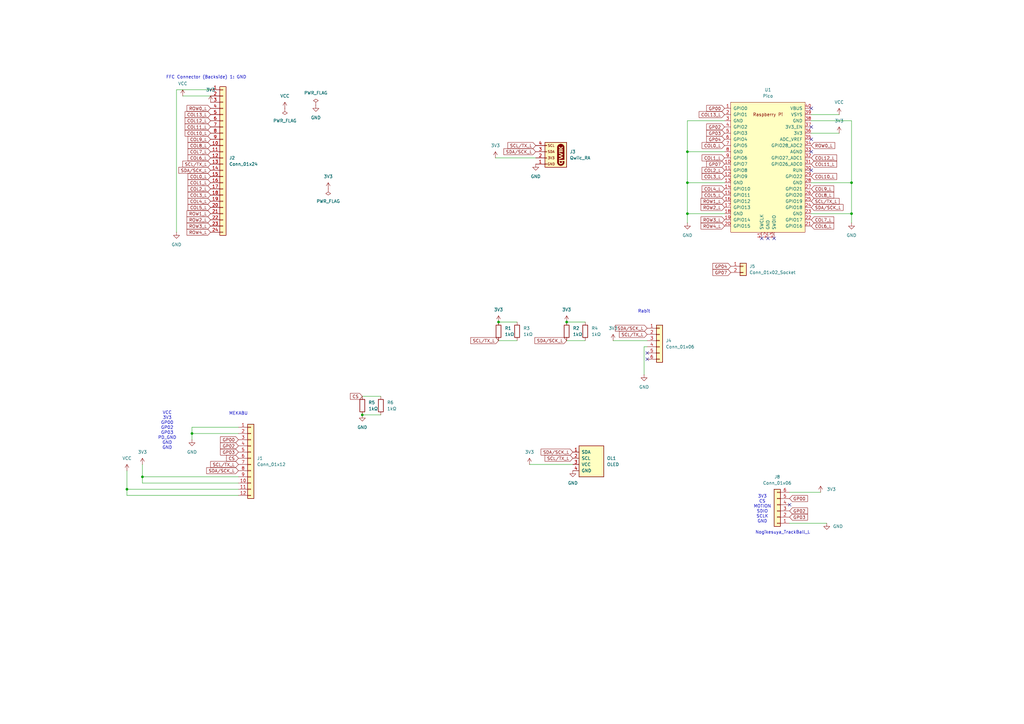
<source format=kicad_sch>
(kicad_sch (version 20250114) (generator "eeschema") (generator_version "9.0")
  (paper "A3")
  (lib_symbols
    (symbol "BrownSugar_KBD:OLED" (pin_names (offset 1.016))
      (property "Reference" "OL" (at 0 7.62 0))
      (property "Value" "OLED" (at 0 -7.62 0))
      (symbol "OLED_0_1"
        (rectangle (start -5.08 6.35) (end 5.08 -6.35) (stroke (width 0.254)) (fill (type background)))
      )
      (symbol "OLED_1_1"
        (pin bidirectional line (at -7.62 3.81 0) (length 2.54) (name "SDA") (number "1"))
        (pin bidirectional line (at -7.62 1.27 0) (length 2.54) (name "SCL") (number "2"))
        (pin power_in line (at -7.62 -1.27 0) (length 2.54) (name "VCC") (number "3"))
        (pin power_in line (at -7.62 -3.81 0) (length 2.54) (name "GND") (number "4"))
      )
    )
    (symbol "Connector_Generic:Conn_01x02" (pin_names (offset 1.016) (hide yes))
      (property "Reference" "J" (at 0 2.54 0))
      (property "Value" "Conn_01x02" (at 0 -5.08 0))
      (symbol "Conn_01x02_1_1"
        (rectangle (start -1.27 1.27) (end 1.27 -3.81) (stroke (width 0.254)) (fill (type background)))
        (rectangle (start -1.27 0.127) (end 0 -0.127) (stroke (width 0.1524)))
        (rectangle (start -1.27 -2.413) (end 0 -2.667) (stroke (width 0.1524)))
        (pin passive line (at -5.08 0 0) (length 3.81) (name "Pin_1") (number "1"))
        (pin passive line (at -5.08 -2.54 0) (length 3.81) (name "Pin_2") (number "2"))
      )
    )
    (symbol "Connector_Generic:Conn_01x06" (pin_names (offset 1.016) (hide yes))
      (property "Reference" "J" (at 0 7.62 0))
      (property "Value" "Conn_01x06" (at 0 -10.16 0))
      (symbol "Conn_01x06_1_1"
        (rectangle (start -1.27 6.35) (end 1.27 -8.89) (stroke (width 0.254)) (fill (type background)))
        (rectangle (start -1.27 5.207) (end 0 4.953) (stroke (width 0.1524)))
        (rectangle (start -1.27 2.667) (end 0 2.413) (stroke (width 0.1524)))
        (rectangle (start -1.27 0.127) (end 0 -0.127) (stroke (width 0.1524)))
        (rectangle (start -1.27 -2.413) (end 0 -2.667) (stroke (width 0.1524)))
        (rectangle (start -1.27 -4.953) (end 0 -5.207) (stroke (width 0.1524)))
        (rectangle (start -1.27 -7.493) (end 0 -7.747) (stroke (width 0.1524)))
        (pin passive line (at -5.08 5.08 0) (length 3.81) (name "Pin_1") (number "1"))
        (pin passive line (at -5.08 2.54 0) (length 3.81) (name "Pin_2") (number "2"))
        (pin passive line (at -5.08 0 0) (length 3.81) (name "Pin_3") (number "3"))
        (pin passive line (at -5.08 -2.54 0) (length 3.81) (name "Pin_4") (number "4"))
        (pin passive line (at -5.08 -5.08 0) (length 3.81) (name "Pin_5") (number "5"))
        (pin passive line (at -5.08 -7.62 0) (length 3.81) (name "Pin_6") (number "6"))
      )
    )
    (symbol "Connector_Generic:Conn_01x12" (pin_names (offset 1.016) (hide yes))
      (property "Reference" "J" (at 0 15.24 0))
      (property "Value" "Conn_01x12" (at 0 -17.78 0))
      (symbol "Conn_01x12_1_1"
        (rectangle (start -1.27 13.97) (end 1.27 -16.51) (stroke (width 0.254)) (fill (type background)))
        (rectangle (start -1.27 12.827) (end 0 12.573) (stroke (width 0.1524)))
        (rectangle (start -1.27 10.287) (end 0 10.033) (stroke (width 0.1524)))
        (rectangle (start -1.27 7.747) (end 0 7.493) (stroke (width 0.1524)))
        (rectangle (start -1.27 5.207) (end 0 4.953) (stroke (width 0.1524)))
        (rectangle (start -1.27 2.667) (end 0 2.413) (stroke (width 0.1524)))
        (rectangle (start -1.27 0.127) (end 0 -0.127) (stroke (width 0.1524)))
        (rectangle (start -1.27 -2.413) (end 0 -2.667) (stroke (width 0.1524)))
        (rectangle (start -1.27 -4.953) (end 0 -5.207) (stroke (width 0.1524)))
        (rectangle (start -1.27 -7.493) (end 0 -7.747) (stroke (width 0.1524)))
        (rectangle (start -1.27 -10.033) (end 0 -10.287) (stroke (width 0.1524)))
        (rectangle (start -1.27 -12.573) (end 0 -12.827) (stroke (width 0.1524)))
        (rectangle (start -1.27 -15.113) (end 0 -15.367) (stroke (width 0.1524)))
        (pin passive line (at -5.08 12.7 0) (length 3.81) (name "Pin_1") (number "1"))
        (pin passive line (at -5.08 10.16 0) (length 3.81) (name "Pin_2") (number "2"))
        (pin passive line (at -5.08 7.62 0) (length 3.81) (name "Pin_3") (number "3"))
        (pin passive line (at -5.08 5.08 0) (length 3.81) (name "Pin_4") (number "4"))
        (pin passive line (at -5.08 2.54 0) (length 3.81) (name "Pin_5") (number "5"))
        (pin passive line (at -5.08 0 0) (length 3.81) (name "Pin_6") (number "6"))
        (pin passive line (at -5.08 -2.54 0) (length 3.81) (name "Pin_7") (number "7"))
        (pin passive line (at -5.08 -5.08 0) (length 3.81) (name "Pin_8") (number "8"))
        (pin passive line (at -5.08 -7.62 0) (length 3.81) (name "Pin_9") (number "9"))
        (pin passive line (at -5.08 -10.16 0) (length 3.81) (name "Pin_10") (number "10"))
        (pin passive line (at -5.08 -12.7 0) (length 3.81) (name "Pin_11") (number "11"))
        (pin passive line (at -5.08 -15.24 0) (length 3.81) (name "Pin_12") (number "12"))
      )
    )
    (symbol "Connector_Generic:Conn_01x24" (pin_names (offset 1.016) (hide yes))
      (property "Reference" "J" (at 0 30.48 0))
      (property "Value" "Conn_01x24" (at 0 -33.02 0))
      (symbol "Conn_01x24_1_1"
        (rectangle (start -1.27 29.21) (end 1.27 -31.75) (stroke (width 0.254)) (fill (type background)))
        (rectangle (start -1.27 28.067) (end 0 27.813) (stroke (width 0.1524)))
        (rectangle (start -1.27 25.527) (end 0 25.273) (stroke (width 0.1524)))
        (rectangle (start -1.27 22.987) (end 0 22.733) (stroke (width 0.1524)))
        (rectangle (start -1.27 20.447) (end 0 20.193) (stroke (width 0.1524)))
        (rectangle (start -1.27 17.907) (end 0 17.653) (stroke (width 0.1524)))
        (rectangle (start -1.27 15.367) (end 0 15.113) (stroke (width 0.1524)))
        (rectangle (start -1.27 12.827) (end 0 12.573) (stroke (width 0.1524)))
        (rectangle (start -1.27 10.287) (end 0 10.033) (stroke (width 0.1524)))
        (rectangle (start -1.27 7.747) (end 0 7.493) (stroke (width 0.1524)))
        (rectangle (start -1.27 5.207) (end 0 4.953) (stroke (width 0.1524)))
        (rectangle (start -1.27 2.667) (end 0 2.413) (stroke (width 0.1524)))
        (rectangle (start -1.27 0.127) (end 0 -0.127) (stroke (width 0.1524)))
        (rectangle (start -1.27 -2.413) (end 0 -2.667) (stroke (width 0.1524)))
        (rectangle (start -1.27 -4.953) (end 0 -5.207) (stroke (width 0.1524)))
        (rectangle (start -1.27 -7.493) (end 0 -7.747) (stroke (width 0.1524)))
        (rectangle (start -1.27 -10.033) (end 0 -10.287) (stroke (width 0.1524)))
        (rectangle (start -1.27 -12.573) (end 0 -12.827) (stroke (width 0.1524)))
        (rectangle (start -1.27 -15.113) (end 0 -15.367) (stroke (width 0.1524)))
        (rectangle (start -1.27 -17.653) (end 0 -17.907) (stroke (width 0.1524)))
        (rectangle (start -1.27 -20.193) (end 0 -20.447) (stroke (width 0.1524)))
        (rectangle (start -1.27 -22.733) (end 0 -22.987) (stroke (width 0.1524)))
        (rectangle (start -1.27 -25.273) (end 0 -25.527) (stroke (width 0.1524)))
        (rectangle (start -1.27 -27.813) (end 0 -28.067) (stroke (width 0.1524)))
        (rectangle (start -1.27 -30.353) (end 0 -30.607) (stroke (width 0.1524)))
        (pin passive line (at -5.08 27.94 0) (length 3.81) (name "Pin_1") (number "1"))
        (pin passive line (at -5.08 25.4 0) (length 3.81) (name "Pin_2") (number "2"))
        (pin passive line (at -5.08 22.86 0) (length 3.81) (name "Pin_3") (number "3"))
        (pin passive line (at -5.08 20.32 0) (length 3.81) (name "Pin_4") (number "4"))
        (pin passive line (at -5.08 17.78 0) (length 3.81) (name "Pin_5") (number "5"))
        (pin passive line (at -5.08 15.24 0) (length 3.81) (name "Pin_6") (number "6"))
        (pin passive line (at -5.08 12.7 0) (length 3.81) (name "Pin_7") (number "7"))
        (pin passive line (at -5.08 10.16 0) (length 3.81) (name "Pin_8") (number "8"))
        (pin passive line (at -5.08 7.62 0) (length 3.81) (name "Pin_9") (number "9"))
        (pin passive line (at -5.08 5.08 0) (length 3.81) (name "Pin_10") (number "10"))
        (pin passive line (at -5.08 2.54 0) (length 3.81) (name "Pin_11") (number "11"))
        (pin passive line (at -5.08 0 0) (length 3.81) (name "Pin_12") (number "12"))
        (pin passive line (at -5.08 -2.54 0) (length 3.81) (name "Pin_13") (number "13"))
        (pin passive line (at -5.08 -5.08 0) (length 3.81) (name "Pin_14") (number "14"))
        (pin passive line (at -5.08 -7.62 0) (length 3.81) (name "Pin_15") (number "15"))
        (pin passive line (at -5.08 -10.16 0) (length 3.81) (name "Pin_16") (number "16"))
        (pin passive line (at -5.08 -12.7 0) (length 3.81) (name "Pin_17") (number "17"))
        (pin passive line (at -5.08 -15.24 0) (length 3.81) (name "Pin_18") (number "18"))
        (pin passive line (at -5.08 -17.78 0) (length 3.81) (name "Pin_19") (number "19"))
        (pin passive line (at -5.08 -20.32 0) (length 3.81) (name "Pin_20") (number "20"))
        (pin passive line (at -5.08 -22.86 0) (length 3.81) (name "Pin_21") (number "21"))
        (pin passive line (at -5.08 -25.4 0) (length 3.81) (name "Pin_22") (number "22"))
        (pin passive line (at -5.08 -27.94 0) (length 3.81) (name "Pin_23") (number "23"))
        (pin passive line (at -5.08 -30.48 0) (length 3.81) (name "Pin_24") (number "24"))
      )
    )
    (symbol "Device:R" (pin_numbers (hide yes)) (pin_names (offset 0))
      (property "Reference" "R" (at 2.032 0 90))
      (property "Value" "R" (at 0 0 90))
      (symbol "R_0_1"
        (rectangle (start -1.016 -2.54) (end 1.016 2.54) (stroke (width 0.254)))
      )
      (symbol "R_1_1"
        (pin passive line (at 0 3.81 270) (length 1.27) (name "~") (number "1"))
        (pin passive line (at 0 -3.81 90) (length 1.27) (name "~") (number "2"))
      )
    )
    (symbol "RPi_Pico:Pico" (pin_names (offset 1.016))
      (property "Reference" "U" (at -13.97 27.94 0))
      (property "Value" "Pico" (at 0 19.05 0))
      (symbol "Pico_0_0"
        (text "Raspberry Pi" (at 0 21.59 0) (effects (font (size 1.27 1.27))))
      )
      (symbol "Pico_0_1"
        (rectangle (start -15.24 26.67) (end 15.24 -26.67) (fill (type background)))
      )
      (symbol "Pico_1_1"
        (pin bidirectional line (at -17.78 24.13 0) (length 2.54) (name "GPIO0") (number "1"))
        (pin bidirectional line (at -17.78 21.59 0) (length 2.54) (name "GPIO1") (number "2"))
        (pin power_in line (at -17.78 19.05 0) (length 2.54) (name "GND") (number "3"))
        (pin bidirectional line (at -17.78 16.51 0) (length 2.54) (name "GPIO2") (number "4"))
        (pin bidirectional line (at -17.78 13.97 0) (length 2.54) (name "GPIO3") (number "5"))
        (pin bidirectional line (at -17.78 11.43 0) (length 2.54) (name "GPIO4") (number "6"))
        (pin bidirectional line (at -17.78 8.89 0) (length 2.54) (name "GPIO5") (number "7"))
        (pin power_in line (at -17.78 6.35 0) (length 2.54) (name "GND") (number "8"))
        (pin bidirectional line (at -17.78 3.81 0) (length 2.54) (name "GPIO6") (number "9"))
        (pin bidirectional line (at -17.78 1.27 0) (length 2.54) (name "GPIO7") (number "10"))
        (pin bidirectional line (at -17.78 -1.27 0) (length 2.54) (name "GPIO8") (number "11"))
        (pin bidirectional line (at -17.78 -3.81 0) (length 2.54) (name "GPIO9") (number "12"))
        (pin power_in line (at -17.78 -6.35 0) (length 2.54) (name "GND") (number "13"))
        (pin bidirectional line (at -17.78 -8.89 0) (length 2.54) (name "GPIO10") (number "14"))
        (pin bidirectional line (at -17.78 -11.43 0) (length 2.54) (name "GPIO11") (number "15"))
        (pin bidirectional line (at -17.78 -13.97 0) (length 2.54) (name "GPIO12") (number "16"))
        (pin bidirectional line (at -17.78 -16.51 0) (length 2.54) (name "GPIO13") (number "17"))
        (pin power_in line (at -17.78 -19.05 0) (length 2.54) (name "GND") (number "18"))
        (pin bidirectional line (at -17.78 -21.59 0) (length 2.54) (name "GPIO14") (number "19"))
        (pin bidirectional line (at -17.78 -24.13 0) (length 2.54) (name "GPIO15") (number "20"))
        (pin input line (at -2.54 -29.21 90) (length 2.54) (name "SWCLK") (number "41"))
        (pin power_in line (at 0 -29.21 90) (length 2.54) (name "GND") (number "42"))
        (pin bidirectional line (at 2.54 -29.21 90) (length 2.54) (name "SWDIO") (number "43"))
        (pin unspecified line (at 17.78 24.13 180) (length 2.54) (name "VBUS") (number "40"))
        (pin unspecified line (at 17.78 21.59 180) (length 2.54) (name "VSYS") (number "39"))
        (pin bidirectional line (at 17.78 19.05 180) (length 2.54) (name "GND") (number "38"))
        (pin input line (at 17.78 16.51 180) (length 2.54) (name "3V3_EN") (number "37"))
        (pin unspecified line (at 17.78 13.97 180) (length 2.54) (name "3V3") (number "36"))
        (pin unspecified line (at 17.78 11.43 180) (length 2.54) (name "ADC_VREF") (number "35"))
        (pin bidirectional line (at 17.78 8.89 180) (length 2.54) (name "GPIO28_ADC2") (number "34"))
        (pin power_in line (at 17.78 6.35 180) (length 2.54) (name "AGND") (number "33"))
        (pin bidirectional line (at 17.78 3.81 180) (length 2.54) (name "GPIO27_ADC1") (number "32"))
        (pin bidirectional line (at 17.78 1.27 180) (length 2.54) (name "GPIO26_ADC0") (number "31"))
        (pin input line (at 17.78 -1.27 180) (length 2.54) (name "RUN") (number "30"))
        (pin bidirectional line (at 17.78 -3.81 180) (length 2.54) (name "GPIO22") (number "29"))
        (pin power_in line (at 17.78 -6.35 180) (length 2.54) (name "GND") (number "28"))
        (pin bidirectional line (at 17.78 -8.89 180) (length 2.54) (name "GPIO21") (number "27"))
        (pin bidirectional line (at 17.78 -11.43 180) (length 2.54) (name "GPIO20") (number "26"))
        (pin bidirectional line (at 17.78 -13.97 180) (length 2.54) (name "GPIO19") (number "25"))
        (pin bidirectional line (at 17.78 -16.51 180) (length 2.54) (name "GPIO18") (number "24"))
        (pin power_in line (at 17.78 -19.05 180) (length 2.54) (name "GND") (number "23"))
        (pin bidirectional line (at 17.78 -21.59 180) (length 2.54) (name "GPIO17") (number "22"))
        (pin bidirectional line (at 17.78 -24.13 180) (length 2.54) (name "GPIO16") (number "21"))
      )
    )
    (symbol "SparkFun-Connector:Qwiic_Right_Angle" (pin_names (offset 1.016) (hide yes))
      (property "Reference" "J" (at 0 5.08 0))
      (property "Value" "Qwiic_RA" (at 0 -7.62 0))
      (symbol "Qwiic_Right_Angle_0_0"
        (polyline (pts (xy 5.6514 -4.1459) (xy 5.6299 -4.0654) (xy 5.5924 -3.9985) (xy 5.5373 -3.9428) (xy 5.4632 -3.8962) (xy 5.4394 -3.8843) (xy 5.402 -3.8678) (xy 5.3681 -3.8578) (xy 5.3294 -3.8521) (xy 5.2774 -3.8485) (xy 5.2184 -3.8474) (xy 5.1227 -3.8564) (xy 5.0405 -3.8803) (xy 4.9695 -3.9199) (xy 4.9078 -3.9759) (xy 4.8937 -3.9923) (xy 4.8535 -4.0549) (xy 4.8308 -4.124) (xy 4.8237 -4.2048) (xy 4.8239 -4.222) (xy 4.8343 -4.3011) (xy 4.8608 -4.3692) (xy 4.9051 -4.4308) (xy 4.9328 -4.4589) (xy 5.0009 -4.509) (xy 5.0793 -4.5424) (xy 5.1699 -4.5595) (xy 5.2745 -4.5612) (xy 5.3262 -4.5564) (xy 5.4199 -4.5347) (xy 5.4992 -4.4971) (xy 5.5638 -4.444) (xy 5.6131 -4.3757) (xy 5.6467 -4.2926) (xy 5.65 -4.2788) (xy 5.656 -4.2325) (xy 5.6563 -4.1875) (xy 5.6514 -4.1459)) (stroke (width 0.01)) (fill (type outline)))
        (polyline (pts (xy 6.6693 -0.6791) (xy 6.666 1.9332) (xy 6.6418 2.0386) (xy 6.6301 2.0866) (xy 6.5791 2.2527) (xy 6.5141 2.404) (xy 6.4337 2.5432) (xy 6.3364 2.673) (xy 6.2208 2.7959) (xy 6.1699 2.8428) (xy 6.0305 2.9527) (xy 5.8839 3.0422) (xy 5.7295 3.1115) (xy 5.5668 3.1608) (xy 5.3953 3.1902) (xy 5.2146 3.1999) (xy 5.1695 3.1994) (xy 5.0056 3.1868) (xy 4.8507 3.1568) (xy 4.7006 3.1083) (xy 4.5508 3.0404) (xy 4.5104 3.0187) (xy 4.3609 2.9237) (xy 4.2262 2.8129) (xy 4.1067 2.6872) (xy 4.0032 2.5475) (xy 3.9162 2.3947) (xy 3.8466 2.2295) (xy 3.7947 2.0528) (xy 3.7931 2.0453) (xy 3.7912 2.0356) (xy 3.7895 2.0242) (xy 3.7879 2.0106) (xy 3.7864 1.9938) (xy 3.785 1.9733) (xy 3.7837 1.9481) (xy 3.7825 1.9176) (xy 3.7815 1.8811) (xy 3.7805 1.8377) (xy 3.7796 1.7868) (xy 3.7789 1.7275) (xy 3.7781 1.6592) (xy 3.7775 1.5811) (xy 3.777 1.4925) (xy 3.7765 1.3925) (xy 3.7761 1.2805) (xy 3.7757 1.1557) (xy 3.7754 1.0174) (xy 3.7751 0.8648) (xy 3.7749 0.6972) (xy 3.7748 0.5138) (xy 3.7746 0.3139) (xy 3.7745 0.0967) (xy 3.7745 -0.1385) (xy 3.7744 -0.3925) (xy 3.7744 -0.666) (xy 3.7744 -0.9597) (xy 3.7744 -1.2744) (xy 3.7744 -4.5147) (xy 3.8041 -4.6318) (xy 3.8237 -4.7026) (xy 3.8837 -4.868) (xy 3.9606 -5.0206) (xy 4.0556 -5.1623) (xy 4.1695 -5.2947) (xy 4.2945 -5.4115) (xy 4.4355 -5.5159) (xy 4.5859 -5.6007) (xy 4.7459 -5.6661) (xy 4.916 -5.7122) (xy 5.0965 -5.7394) (xy 5.2571 -5.7442) (xy 5.4226 -5.7293) (xy 5.5891 -5.6949) (xy 5.7533 -5.6416) (xy 5.8236 -5.6121) (xy 5.9729 -5.5329) (xy 6.1112 -5.4365) (xy 6.237 -5.3244) (xy 6.3494 -5.1984) (xy 6.4469 -5.0601) (xy 6.5284 -4.9112) (xy 6.5926 -4.7532) (xy 6.6384 -4.5879) (xy 6.6645 -4.4168) (xy 6.6652 -4.405) (xy 6.6664 -4.3703) (xy 6.6676 -4.3199) (xy 6.6687 -4.2572) (xy 6.6696 -4.1859) (xy 6.6703 -4.1097) (xy 6.6721 -3.846) (xy 6.2655 -3.846) (xy 5.8589 -3.846) (xy 5.9219 -3.9104) (xy 5.9349 -3.9241) (xy 6.0001 -4.0112) (xy 6.0471 -4.1097) (xy 6.0754 -4.2189) (xy 6.085 -4.338) (xy 6.0781 -4.4509) (xy 6.0523 -4.5755) (xy 6.0066 -4.6941) (xy 5.952 -4.7864) (xy 5.8765 -4.8752) (xy 5.7858 -4.9517) (xy 5.6826 -5.0132) (xy 5.6313 -5.0372) (xy 5.5644 -5.0638) (xy 5.4981 -5.0834) (xy 5.4249 -5.0981) (xy 5.3375 -5.1098) (xy 5.2452 -5.1158) (xy 5.122 -5.1113) (xy 5.0004 -5.0938) (xy 4.8864 -5.0641) (xy 4.7856 -5.0232) (xy 4.6831 -4.9619) (xy 4.5878 -4.8817) (xy 4.5089 -4.7878) (xy 4.4472 -4.6811) (xy 4.4036 -4.5627) (xy 4.4031 -4.5611) (xy 4.3912 -4.4987) (xy 4.3845 -4.4244) (xy 4.3831 -4.3446) (xy 4.3869 -4.2661) (xy 4.3957 -4.1956) (xy 4.4094 -4.1396) (xy 4.4322 -4.082) (xy 4.485 -3.9879) (xy 4.5552 -3.9031) (xy 4.6109 -3.846) (xy 4.5052 -3.846) (xy 4.3996 -3.846) (xy 4.3996 -3.5687) (xy 4.3996 -3.2914) (xy 4.405 -3.2914) (xy 4.405 -3.2023) (xy 4.4021 -2.9296) (xy 4.4018 -2.8964) (xy 4.4015 -2.8076) (xy 4.4023 -2.7393) (xy 4.4041 -2.6908) (xy 4.407 -2.6611) (xy 4.4111 -2.6495) (xy 4.4137 -2.6484) (xy 4.434 -2.6418) (xy 4.4723 -2.6298) (xy 4.5268 -2.6132) (xy 4.5954 -2.5924) (xy 4.6761 -2.5683) (xy 4.767 -2.5412) (xy 4.866 -2.5118) (xy 4.9713 -2.4808) (xy 5.0173 -2.4672) (xy 5.119 -2.4369) (xy 5.2131 -2.4086) (xy 5.2977 -2.3828) (xy 5.3709 -2.3601) (xy 5.4307 -2.3411) (xy 5.4753 -2.3264) (xy 5.5029 -2.3166) (xy 5.5114 -2.3123) (xy 5.505 -2.3098) (xy 5.4796 -2.3016) (xy 5.4371 -2.2885) (xy 5.3794 -2.2711) (xy 5.3088 -2.2502) (xy 5.2275 -2.2264) (xy 5.1375 -2.2002) (xy 5.0411 -2.1724) (xy 4.9851 -2.1562) (xy 4.8864 -2.1278) (xy 4.7926 -2.1007) (xy 4.7062 -2.0757) (xy 4.63 -2.0536) (xy 4.5666 -2.0351) (xy 4.5187 -2.0211) (xy 4.4891 -2.0123) (xy 4.3992 -1.9852) (xy 4.4021 -1.7229) (xy 4.405 -1.4606) (xy 4.5844 -1.4084) (xy 4.6163 -1.3992) (xy 4.7739 -1.3533) (xy 4.9121 -1.3131) (xy 5.0321 -1.278) (xy 5.1352 -1.2478) (xy 5.2224 -1.2221) (xy 5.2951 -1.2004) (xy 5.3545 -1.1824) (xy 5.4018 -1.1676) (xy 5.4382 -1.1558) (xy 5.465 -1.1465) (xy 5.4834 -1.1392) (xy 5.4945 -1.1338) (xy 5.4997 -1.1296) (xy 5.5001 -1.1264) (xy 5.497 -1.1238) (xy 5.4915 -1.1214) (xy 5.4896 -1.1207) (xy 5.4687 -1.114) (xy 5.4296 -1.1019) (xy 5.3743 -1.0851) (xy 5.3049 -1.0643) (xy 5.2237 -1.04) (xy 5.1326 -1.013) (xy 5.0339 -0.9838) (xy 4.9297 -0.9531) (xy 4.3996 -0.7973) (xy 4.3996 -0.533) (xy 4.3997 -0.479) (xy 4.4004 -0.4111) (xy 4.4015 -0.3532) (xy 4.4029 -0.3082) (xy 4.4047 -0.279) (xy 4.4066 -0.2687) (xy 4.409 -0.2694) (xy 4.4284 -0.2761) (xy 4.4661 -0.2895) (xy 4.5204 -0.309) (xy 4.5899 -0.3341) (xy 4.6729 -0.3642) (xy 4.7681 -0.3988) (xy 4.8737 -0.4372) (xy 4.9883 -0.479) (xy 5.1104 -0.5236) (xy 5.2384 -0.5703) (xy 6.0632 -0.872) (xy 6.0632 -0.1926) (xy 5.2314 -0.1926) (xy 4.3996 -0.1926) (xy 4.3996 0.0793) (xy 4.3996 0.3511) (xy 5.2314 0.3511) (xy 6.0632 0.3511) (xy 6.0632 0.4598) (xy 5.2314 0.4598) (xy 4.3996 0.4598) (xy 4.3996 0.7317) (xy 4.3996 1.0035) (xy 5.2314 1.0035) (xy 5.2368 1.0035) (xy 5.2368 1.1177) (xy 5.1465 1.1192) (xy 5.0667 1.1248) (xy 4.9975 1.1357) (xy 4.9332 1.1532) (xy 4.8683 1.1784) (xy 4.7971 1.2126) (xy 4.7662 1.2298) (xy 4.6808 1.2903) (xy 4.6008 1.3651) (xy 4.5314 1.4489) (xy 4.4781 1.5363) (xy 4.4686 1.5557) (xy 4.4306 1.6462) (xy 4.4052 1.7353) (xy 4.3905 1.8304) (xy 4.385 1.9386) (xy 4.3833 2.0745) (xy 4.6089 2.0775) (xy 4.8345 2.0804) (xy 4.8348 1.9959) (xy 4.8368 1.9483) (xy 4.8488 1.8858) (xy 4.8738 1.8316) (xy 4.9144 1.7788) (xy 4.9734 1.7289) (xy 5.0458 1.6921) (xy 5.1277 1.6689) (xy 5.215 1.6593) (xy 5.3038 1.6635) (xy 5.3902 1.6815) (xy 5.4702 1.7136) (xy 5.54 1.7597) (xy 5.5733 1.7923) (xy 5.6073 1.844) (xy 5.628 1.9066) (xy 5.6372 1.9843) (xy 5.6418 2.0804) (xy 5.8607 2.0775) (xy 6.0795 2.0745) (xy 6.0811 1.9712) (xy 6.0811 1.9207) (xy 6.0739 1.8134) (xy 6.0554 1.7157) (xy 6.024 1.6204) (xy 5.9781 1.5204) (xy 5.9341 1.4457) (xy 5.8571 1.3499) (xy 5.7651 1.2695) (xy 5.6591 1.2056) (xy 5.6251 1.1892) (xy 5.5646 1.1627) (xy 5.5097 1.1435) (xy 5.4549 1.1305) (xy 5.3948 1.1226) (xy 5.3239 1.1188) (xy 5.2368 1.1177) (xy 5.2368 1.0035) (xy 6.0632 1.0035) (xy 6.0632 0.7317) (xy 6.0632 0.4598) (xy 6.0632 0.3511) (xy 6.0632 0.0793) (xy 6.0632 -0.1926) (xy 6.0632 -0.872) (xy 6.0632 -1.1439) (xy 6.0632 -1.4158) (xy 5.552 -1.5728) (xy 5.5357 -1.5778) (xy 5.4361 -1.6086) (xy 5.3436 -1.6376) (xy 5.2603 -1.6641) (xy 5.1881 -1.6874) (xy 5.129 -1.707) (xy 5.0848 -1.7222) (xy 5.0575 -1.7324) (xy 5.0491 -1.7369) (xy 5.0493 -1.737) (xy 5.0624 -1.742) (xy 5.094 -1.7527) (xy 5.1423 -1.7684) (xy 5.2051 -1.7886) (xy 5.2803 -1.8124) (xy 5.3659 -1.8394) (xy 5.46 -1.8688) (xy 5.5603 -1.9) (xy 6.0632 -2.0559) (xy 6.063 -2.3284) (xy 6.0628 -2.601) (xy 5.2339 -2.9017) (xy 4.405 -3.2023) (xy 4.405 -3.2914) (xy 5.5361 -3.2914) (xy 6.6725 -3.2914) (xy 6.6693 -0.6791)) (stroke (width 0.01)) (fill (type outline)))
      )
      (symbol "Qwiic_Right_Angle_1_1"
        (rectangle (start -1.27 3.81) (end 7.62 -6.35) (stroke (width 0.254)) (fill (type background)))
        (rectangle (start -1.27 2.667) (end -0.508 2.413) (stroke (width 0.1524)))
        (rectangle (start -1.27 0.127) (end -0.508 -0.127) (stroke (width 0.1524)))
        (rectangle (start -1.27 -2.413) (end -0.508 -2.667) (stroke (width 0.1524)))
        (rectangle (start -1.27 -4.953) (end -0.508 -5.207) (stroke (width 0.1524)))
        (text "SCL" (at 1.27 2.54 0) (effects (font (size 1 1))))
        (text "SDA" (at 1.27 0 0) (effects (font (size 1 1))))
        (text "3V3" (at 1.27 -2.54 0) (effects (font (size 1 1))))
        (text "GND" (at 1.27 -5.08 0) (effects (font (size 1 1))))
        (pin passive line (at -5.08 2.54 0) (length 3.81) (name "Pin_4") (number "4"))
        (pin passive line (at -5.08 0 0) (length 3.81) (name "Pin_3") (number "3"))
        (pin passive line (at -5.08 -2.54 0) (length 3.81) (name "Pin_2") (number "2"))
        (pin passive line (at -5.08 -5.08 0) (length 3.81) (name "Pin_1") (number "1"))
        (pin no_connect line (at 5.08 3.81 270) (length 2.54) (hide yes) (name "NC") (number "NC1"))
        (pin no_connect line (at 6.35 3.81 270) (length 2.54) (hide yes) (name "NC") (number "NC2"))
      )
    )
    (symbol "power:GND" (power) (pin_numbers (hide yes)) (pin_names (offset 0) (hide yes))
      (property "Value" "GND" (at 0 -3.81 0))
      (symbol "GND_0_1"
        (polyline (pts (xy 0 0) (xy 0 -1.27) (xy 1.27 -1.27) (xy 0 -2.54) (xy -1.27 -1.27) (xy 0 -1.27)))
      )
      (symbol "GND_1_1"
        (pin power_in line (at 0 0 270) (length 0) (name "~") (number "1"))
      )
    )
    (symbol "power:PWR_FLAG" (power) (pin_numbers (hide yes)) (pin_names (offset 0) (hide yes))
      (property "Value" "PWR_FLAG" (at 0 3.81 0))
      (symbol "PWR_FLAG_0_0"
        (pin power_out line (at 0 0 90) (length 0) (name "~") (number "1"))
      )
      (symbol "PWR_FLAG_0_1"
        (polyline (pts (xy 0 0) (xy 0 1.27) (xy -1.016 1.905) (xy 0 2.54) (xy 1.016 1.905) (xy 0 1.27)))
      )
    )
    (symbol "power:VCC" (power) (pin_numbers (hide yes)) (pin_names (offset 0) (hide yes))
      (property "Value" "VCC" (at 0 3.556 0))
      (symbol "VCC_0_1"
        (polyline (pts (xy -0.762 1.27) (xy 0 2.54)))
        (polyline (pts (xy 0 2.54) (xy 0.762 1.27)))
        (polyline (pts (xy 0 0) (xy 0 2.54)))
      )
      (symbol "VCC_1_1"
        (pin power_in line (at 0 0 90) (length 0) (name "~") (number "1"))
      )
    )
  )
  (text "VCC\n3V3\nGP00\nGP02\nGP03\nPD_GND\nGND\nGND" (at 68.58 176.53 0) (effects (font (size 1.27 1.27))))
  (text "Rabit" (at 264.16 127.762 0) (effects (font (size 1.27 1.27))))
  (text "MEKABU" (at 97.79 169.672 0) (effects (font (size 1.27 1.27))))
  (text "Nogikesuya_TrackBall_L" (at 321.056 218.44 0) (effects (font (size 1.27 1.27))))
  (text "3V3\nCS\nMOTION\nSDIO\nSCLK\nGND" (at 312.674 208.788 0) (effects (font (size 1.27 1.27))))
  (text "FFC Connector (Backside) １: GND" (at 84.582 31.75 0) (effects (font (size 1.27 1.27))))
  (junction (at 281.94 62.23))
  (junction (at 204.47 132.08))
  (junction (at 232.41 132.08))
  (junction (at 349.25 74.93))
  (junction (at 281.94 74.93))
  (junction (at 78.74 177.8))
  (junction (at 58.42 195.58))
  (junction (at 349.25 87.63))
  (junction (at 281.94 87.63))
  (junction (at 148.59 170.18))
  (junction (at 52.07 200.66))
  (no_connect (at 317.5 97.79))
  (no_connect (at 332.74 69.85))
  (no_connect (at 332.74 44.45))
  (no_connect (at 265.43 144.78))
  (no_connect (at 323.85 207.01))
  (no_connect (at 332.74 52.07))
  (no_connect (at 314.96 97.79))
  (no_connect (at 312.42 97.79))
  (no_connect (at 265.43 147.32))
  (no_connect (at 332.74 62.23))
  (no_connect (at 332.74 57.15))
  (wire (pts (xy 204.47 139.7) (xy 212.09 139.7)))
  (wire (pts (xy 58.42 198.12) (xy 97.79 198.12)))
  (wire (pts (xy 297.18 49.53) (xy 281.94 49.53)))
  (wire (pts (xy 349.25 49.53) (xy 349.25 74.93)))
  (wire (pts (xy 332.74 87.63) (xy 349.25 87.63)))
  (wire (pts (xy 204.47 132.08) (xy 212.09 132.08)))
  (wire (pts (xy 251.46 139.7) (xy 265.43 139.7)))
  (wire (pts (xy 349.25 91.44) (xy 349.25 87.63)))
  (wire (pts (xy 344.17 54.61) (xy 332.74 54.61)))
  (wire (pts (xy 281.94 87.63) (xy 297.18 87.63)))
  (wire (pts (xy 349.25 74.93) (xy 349.25 87.63)))
  (wire (pts (xy 58.42 195.58) (xy 97.79 195.58)))
  (wire (pts (xy 52.07 200.66) (xy 52.07 203.2)))
  (wire (pts (xy 148.59 162.56) (xy 156.21 162.56)))
  (wire (pts (xy 232.41 139.7) (xy 240.03 139.7)))
  (wire (pts (xy 78.74 175.26) (xy 78.74 177.8)))
  (wire (pts (xy 72.39 36.83) (xy 72.39 95.25)))
  (wire (pts (xy 332.74 49.53) (xy 349.25 49.53)))
  (wire (pts (xy 281.94 49.53) (xy 281.94 62.23)))
  (wire (pts (xy 78.74 177.8) (xy 97.79 177.8)))
  (wire (pts (xy 52.07 203.2) (xy 97.79 203.2)))
  (wire (pts (xy 281.94 74.93) (xy 281.94 87.63)))
  (wire (pts (xy 203.2 64.77) (xy 219.71 64.77)))
  (wire (pts (xy 217.17 190.5) (xy 234.95 190.5)))
  (wire (pts (xy 281.94 62.23) (xy 297.18 62.23)))
  (wire (pts (xy 281.94 87.63) (xy 281.94 91.44)))
  (wire (pts (xy 52.07 193.04) (xy 52.07 200.66)))
  (wire (pts (xy 339.09 214.63) (xy 323.85 214.63)))
  (wire (pts (xy 74.93 39.37) (xy 86.36 39.37)))
  (wire (pts (xy 52.07 200.66) (xy 97.79 200.66)))
  (wire (pts (xy 281.94 74.93) (xy 297.18 74.93)))
  (wire (pts (xy 232.41 132.08) (xy 240.03 132.08)))
  (wire (pts (xy 58.42 195.58) (xy 58.42 198.12)))
  (wire (pts (xy 281.94 62.23) (xy 281.94 74.93)))
  (wire (pts (xy 264.16 142.24) (xy 265.43 142.24)))
  (wire (pts (xy 264.16 153.67) (xy 264.16 142.24)))
  (wire (pts (xy 344.17 46.99) (xy 332.74 46.99)))
  (wire (pts (xy 332.74 74.93) (xy 349.25 74.93)))
  (wire (pts (xy 78.74 177.8) (xy 78.74 180.34)))
  (wire (pts (xy 58.42 190.5) (xy 58.42 195.58)))
  (wire (pts (xy 323.85 201.93) (xy 336.55 201.93)))
  (wire (pts (xy 148.59 170.18) (xy 156.21 170.18)))
  (wire (pts (xy 86.36 36.83) (xy 72.39 36.83)))
  (wire (pts (xy 97.79 175.26) (xy 78.74 175.26)))
  (global_label "COL7_L" (shape input) (at 332.74 90.17 0) (property "Intersheetrefs" "${INTERSHEET_REFS}" (effects (hide yes))))
  (global_label "SCL{slash}TX_L" (shape input) (at 332.74 82.55 0) (property "Intersheetrefs" "${INTERSHEET_REFS}" (effects (hide yes))))
  (global_label "COL1_L" (shape input) (at 297.18 64.77 180) (property "Intersheetrefs" "${INTERSHEET_REFS}" (effects (hide yes))))
  (global_label "ROW4_L" (shape input) (at 86.36 95.25 180) (property "Intersheetrefs" "${INTERSHEET_REFS}" (effects (hide yes))))
  (global_label "COL11_L" (shape input) (at 86.36 52.07 180) (property "Intersheetrefs" "${INTERSHEET_REFS}" (effects (hide yes))))
  (global_label "GP02" (shape input) (at 297.18 52.07 180) (property "Intersheetrefs" "${INTERSHEET_REFS}" (effects (hide yes))))
  (global_label "COL5_L" (shape input) (at 297.18 80.01 180) (property "Intersheetrefs" "${INTERSHEET_REFS}" (effects (hide yes))))
  (global_label "COL2_L" (shape input) (at 297.18 69.85 180) (property "Intersheetrefs" "${INTERSHEET_REFS}" (effects (hide yes))))
  (global_label "SCL{slash}TX_L" (shape input) (at 86.36 67.31 180) (property "Intersheetrefs" "${INTERSHEET_REFS}" (effects (hide yes))))
  (global_label "SDA{slash}SCK_L" (shape input) (at 97.79 193.04 180) (property "Intersheetrefs" "${INTERSHEET_REFS}" (effects (hide yes))))
  (global_label "GP04" (shape input) (at 297.18 57.15 180) (property "Intersheetrefs" "${INTERSHEET_REFS}" (effects (hide yes))))
  (global_label "ROW0_L" (shape input) (at 332.74 59.69 0) (property "Intersheetrefs" "${INTERSHEET_REFS}" (effects (hide yes))))
  (global_label "ROW3_L" (shape input) (at 86.36 92.71 180) (property "Intersheetrefs" "${INTERSHEET_REFS}" (effects (hide yes))))
  (global_label "COL5_L" (shape input) (at 86.36 85.09 180) (property "Intersheetrefs" "${INTERSHEET_REFS}" (effects (hide yes))))
  (global_label "COL11_L" (shape input) (at 332.74 67.31 0) (property "Intersheetrefs" "${INTERSHEET_REFS}" (effects (hide yes))))
  (global_label "COL12_L" (shape input) (at 86.36 49.53 180) (property "Intersheetrefs" "${INTERSHEET_REFS}" (effects (hide yes))))
  (global_label "GP03" (shape input) (at 323.85 212.09 0) (property "Intersheetrefs" "${INTERSHEET_REFS}" (effects (hide yes))))
  (global_label "COL1_L" (shape input) (at 86.36 74.93 180) (property "Intersheetrefs" "${INTERSHEET_REFS}" (effects (hide yes))))
  (global_label "SCL{slash}TX_L" (shape input) (at 204.47 139.7 180) (property "Intersheetrefs" "${INTERSHEET_REFS}" (effects (hide yes))))
  (global_label "COL3_L" (shape input) (at 86.36 80.01 180) (property "Intersheetrefs" "${INTERSHEET_REFS}" (effects (hide yes))))
  (global_label "COL12_L" (shape input) (at 332.74 64.77 0) (property "Intersheetrefs" "${INTERSHEET_REFS}" (effects (hide yes))))
  (global_label "SDA{slash}SCK_L" (shape input) (at 86.36 69.85 180) (property "Intersheetrefs" "${INTERSHEET_REFS}" (effects (hide yes))))
  (global_label "COL2_L" (shape input) (at 86.36 77.47 180) (property "Intersheetrefs" "${INTERSHEET_REFS}" (effects (hide yes))))
  (global_label "ROW2_L" (shape input) (at 86.36 90.17 180) (property "Intersheetrefs" "${INTERSHEET_REFS}" (effects (hide yes))))
  (global_label "GP04" (shape input) (at 299.72 109.22 180) (property "Intersheetrefs" "${INTERSHEET_REFS}" (effects (hide yes))))
  (global_label "COL0_L" (shape input) (at 86.36 72.39 180) (property "Intersheetrefs" "${INTERSHEET_REFS}" (effects (hide yes))))
  (global_label "GP07" (shape input) (at 297.18 67.31 180) (property "Intersheetrefs" "${INTERSHEET_REFS}" (effects (hide yes))))
  (global_label "ROW1_L" (shape input) (at 86.36 87.63 180) (property "Intersheetrefs" "${INTERSHEET_REFS}" (effects (hide yes))))
  (global_label "COL8_L" (shape input) (at 86.36 59.69 180) (property "Intersheetrefs" "${INTERSHEET_REFS}" (effects (hide yes))))
  (global_label "COL4_L" (shape input) (at 297.18 77.47 180) (property "Intersheetrefs" "${INTERSHEET_REFS}" (effects (hide yes))))
  (global_label "GP00" (shape input) (at 323.85 204.47 0) (property "Intersheetrefs" "${INTERSHEET_REFS}" (effects (hide yes))))
  (global_label "SDA{slash}SCK_L" (shape input) (at 219.71 62.23 180) (property "Intersheetrefs" "${INTERSHEET_REFS}" (effects (hide yes))))
  (global_label "GP00" (shape input) (at 297.18 44.45 180) (property "Intersheetrefs" "${INTERSHEET_REFS}" (effects (hide yes))))
  (global_label "COL3_L" (shape input) (at 297.18 72.39 180) (property "Intersheetrefs" "${INTERSHEET_REFS}" (effects (hide yes))))
  (global_label "CS" (shape input) (at 148.59 162.56 180) (property "Intersheetrefs" "${INTERSHEET_REFS}" (effects (hide yes))))
  (global_label "COL13_L" (shape input) (at 86.36 46.99 180) (property "Intersheetrefs" "${INTERSHEET_REFS}" (effects (hide yes))))
  (global_label "GP02" (shape input) (at 323.85 209.55 0) (property "Intersheetrefs" "${INTERSHEET_REFS}" (effects (hide yes))))
  (global_label "COL8_L" (shape input) (at 332.74 80.01 0) (property "Intersheetrefs" "${INTERSHEET_REFS}" (effects (hide yes))))
  (global_label "GP03" (shape input) (at 97.79 185.42 180) (property "Intersheetrefs" "${INTERSHEET_REFS}" (effects (hide yes))))
  (global_label "SCL{slash}TX_L" (shape input) (at 234.95 187.96 180) (property "Intersheetrefs" "${INTERSHEET_REFS}" (effects (hide yes))))
  (global_label "ROW0_L" (shape input) (at 86.36 44.45 180) (property "Intersheetrefs" "${INTERSHEET_REFS}" (effects (hide yes))))
  (global_label "COL10_L" (shape input) (at 332.74 72.39 0) (property "Intersheetrefs" "${INTERSHEET_REFS}" (effects (hide yes))))
  (global_label "ROW2_L" (shape input) (at 297.18 85.09 180) (property "Intersheetrefs" "${INTERSHEET_REFS}" (effects (hide yes))))
  (global_label "COL7_L" (shape input) (at 86.36 62.23 180) (property "Intersheetrefs" "${INTERSHEET_REFS}" (effects (hide yes))))
  (global_label "GP07" (shape input) (at 299.72 111.76 180) (property "Intersheetrefs" "${INTERSHEET_REFS}" (effects (hide yes))))
  (global_label "COL6_L" (shape input) (at 332.74 92.71 0) (property "Intersheetrefs" "${INTERSHEET_REFS}" (effects (hide yes))))
  (global_label "COL4_L" (shape input) (at 86.36 82.55 180) (property "Intersheetrefs" "${INTERSHEET_REFS}" (effects (hide yes))))
  (global_label "GP03" (shape input) (at 297.18 54.61 180) (property "Intersheetrefs" "${INTERSHEET_REFS}" (effects (hide yes))))
  (global_label "COL0_L" (shape input) (at 297.18 59.69 180) (property "Intersheetrefs" "${INTERSHEET_REFS}" (effects (hide yes))))
  (global_label "GP02" (shape input) (at 97.79 182.88 180) (property "Intersheetrefs" "${INTERSHEET_REFS}" (effects (hide yes))))
  (global_label "SDA{slash}SCK_L" (shape input) (at 234.95 185.42 180) (property "Intersheetrefs" "${INTERSHEET_REFS}" (effects (hide yes))))
  (global_label "COL10_L" (shape input) (at 86.36 54.61 180) (property "Intersheetrefs" "${INTERSHEET_REFS}" (effects (hide yes))))
  (global_label "SDA{slash}SCK_L" (shape input) (at 265.43 134.62 180) (property "Intersheetrefs" "${INTERSHEET_REFS}" (effects (hide yes))))
  (global_label "CS" (shape input) (at 97.79 187.96 180) (property "Intersheetrefs" "${INTERSHEET_REFS}" (effects (hide yes))))
  (global_label "SCL{slash}TX_L" (shape input) (at 219.71 59.69 180) (property "Intersheetrefs" "${INTERSHEET_REFS}" (effects (hide yes))))
  (global_label "COL9_L" (shape input) (at 86.36 57.15 180) (property "Intersheetrefs" "${INTERSHEET_REFS}" (effects (hide yes))))
  (global_label "ROW3_L" (shape input) (at 297.18 90.17 180) (property "Intersheetrefs" "${INTERSHEET_REFS}" (effects (hide yes))))
  (global_label "SCL{slash}TX_L" (shape input) (at 97.79 190.5 180) (property "Intersheetrefs" "${INTERSHEET_REFS}" (effects (hide yes))))
  (global_label "SDA{slash}SCK_L" (shape input) (at 332.74 85.09 0) (property "Intersheetrefs" "${INTERSHEET_REFS}" (effects (hide yes))))
  (global_label "COL13_L" (shape input) (at 297.18 46.99 180) (property "Intersheetrefs" "${INTERSHEET_REFS}" (effects (hide yes))))
  (global_label "COL9_L" (shape input) (at 332.74 77.47 0) (property "Intersheetrefs" "${INTERSHEET_REFS}" (effects (hide yes))))
  (global_label "ROW1_L" (shape input) (at 297.18 82.55 180) (property "Intersheetrefs" "${INTERSHEET_REFS}" (effects (hide yes))))
  (global_label "GP00" (shape input) (at 97.79 180.34 180) (property "Intersheetrefs" "${INTERSHEET_REFS}" (effects (hide yes))))
  (global_label "SDA{slash}SCK_L" (shape input) (at 232.41 139.7 180) (property "Intersheetrefs" "${INTERSHEET_REFS}" (effects (hide yes))))
  (global_label "SCL{slash}TX_L" (shape input) (at 265.43 137.16 180) (property "Intersheetrefs" "${INTERSHEET_REFS}" (effects (hide yes))))
  (global_label "ROW4_L" (shape input) (at 297.18 92.71 180) (property "Intersheetrefs" "${INTERSHEET_REFS}" (effects (hide yes))))
  (global_label "COL6_L" (shape input) (at 86.36 64.77 180) (property "Intersheetrefs" "${INTERSHEET_REFS}" (effects (hide yes))))
  (symbol (lib_id "power:GND") (at 349.25 91.44 0) (unit 1)
    (property "Reference" "#PWR010" (effects (hide yes)))
    (property "Value" "GND" (at 349.25 96.52 0))
    (property "Description" "Power symbol creates a global label with name \"GND\" , ground" (effects (hide yes)))
  )
  (symbol (lib_id "power:GND") (at 219.71 67.31 0) (unit 1)
    (property "Reference" "#PWR07" (effects (hide yes)))
    (property "Value" "GND" (at 219.71 72.39 0))
    (property "Description" "Power symbol creates a global label with name \"GND\" , ground" (effects (hide yes)))
  )
  (symbol (lib_id "power:GND") (at 234.95 193.04 0) (unit 1)
    (property "Reference" "#PWR011" (effects (hide yes)))
    (property "Value" "GND" (at 234.95 198.12 0))
    (property "Description" "Power symbol creates a global label with name \"GND\" , ground" (effects (hide yes)))
  )
  (symbol (lib_id "power:GND") (at 281.94 91.44 0) (unit 1)
    (property "Reference" "#PWR021" (effects (hide yes)))
    (property "Value" "GND" (at 281.94 96.52 0))
    (property "Description" "Power symbol creates a global label with name \"GND\" , ground" (effects (hide yes)))
  )
  (symbol (lib_id "SparkFun-Connector:Qwiic_Right_Angle") (at 224.79 62.23 0) (unit 1)
    (property "Reference" "J3" (at 233.68 62.2299 0) (effects (justify left)))
    (property "Value" "Qwiic_RA" (at 233.68 64.7699 0) (effects (justify left)))
    (property "Footprint" "SparkFun-Connector:JST_SMD_1.0mm-4_Black" (effects (hide yes)))
    (property "Datasheet" "https://www.jst-mfg.com/product/pdf/eng/eSH.pdf" (effects (hide yes)))
    (property "Description" "4 pin JST 1mm polarized connector for I2C" (effects (hide yes)))
    (property "PROD_ID" "CONN-13694" (effects (hide yes)))
  )
  (symbol (lib_id "Connector_Generic:Conn_01x06") (at 318.77 209.55 180) (unit 1)
    (property "Reference" "J8" (at 318.77 195.58 0))
    (property "Value" "Conn_01x06" (at 318.77 198.12 0))
    (property "Footprint" "Connector_FFC-FPC:Hirose_FH12-6S-0.5SH_1x06-1MP_P0.50mm_Horizontal" (effects (hide yes)))
    (property "Description" "Generic connector, single row, 01x06, script generated (kicad-library-utils/schlib/autogen/connector/)" (effects (hide yes)))
  )
  (symbol (lib_id "power:VCC") (at 203.2 64.77 0) (unit 1)
    (property "Reference" "#PWR018" (effects (hide yes)))
    (property "Value" "3V3" (at 203.2 59.69 0))
    (property "Description" "Power symbol creates a global label with name \"VCC\"" (effects (hide yes)))
  )
  (symbol (lib_id "power:VCC") (at 336.55 201.93 0) (unit 1)
    (property "Reference" "#PWR027" (effects (hide yes)))
    (property "Value" "3V3" (at 339.09 200.6599 0) (effects (justify left)))
    (property "Description" "Power symbol creates a global label with name \"VCC\"" (effects (hide yes)))
  )
  (symbol (lib_id "power:GND") (at 129.54 43.18 0) (unit 1)
    (property "Reference" "#PWR06" (effects (hide yes)))
    (property "Value" "GND" (at 129.54 48.26 0))
    (property "Description" "Power symbol creates a global label with name \"GND\" , ground" (effects (hide yes)))
  )
  (symbol (lib_id "power:VCC") (at 116.84 44.45 0) (unit 1)
    (property "Reference" "#PWR05" (effects (hide yes)))
    (property "Value" "VCC" (at 116.84 39.37 0))
    (property "Description" "Power symbol creates a global label with name \"VCC\"" (effects (hide yes)))
  )
  (symbol (lib_id "power:VCC") (at 74.93 39.37 0) (unit 1)
    (property "Reference" "#PWR02" (effects (hide yes)))
    (property "Value" "VCC" (at 74.93 34.29 0))
    (property "Description" "Power symbol creates a global label with name \"VCC\"" (effects (hide yes)))
  )
  (symbol (lib_id "Device:R") (at 240.03 135.89 0) (unit 1)
    (property "Reference" "R4" (at 242.57 134.62 0) (effects (justify left)))
    (property "Value" "1kΩ" (at 242.57 137.16 0) (effects (justify left)))
    (property "Footprint" "Resistor_SMD:R_0603_1608Metric" (effects (hide yes)))
  )
  (symbol (lib_id "power:GND") (at 339.09 214.63 0) (unit 1)
    (property "Reference" "#PWR025" (effects (hide yes)))
    (property "Value" "GND" (at 341.63 215.8999 0) (effects (justify left)))
    (property "Description" "Power symbol creates a global label with name \"GND\" , ground" (effects (hide yes)))
  )
  (symbol (lib_id "power:VCC") (at 52.07 193.04 0) (unit 1)
    (property "Reference" "#PWR04" (effects (hide yes)))
    (property "Value" "VCC" (at 52.07 187.96 0))
    (property "Description" "Power symbol creates a global label with name \"VCC\"" (effects (hide yes)))
  )
  (symbol (lib_id "Device:R") (at 156.21 166.37 0) (unit 1)
    (property "Reference" "R6" (at 158.75 165.1 0) (effects (justify left)))
    (property "Value" "1kΩ" (at 158.75 167.64 0) (effects (justify left)))
    (property "Footprint" "Resistor_SMD:R_0603_1608Metric" (effects (hide yes)))
  )
  (symbol (lib_id "Connector_Generic:Conn_01x06") (at 270.51 139.7 0) (unit 1)
    (property "Reference" "J4" (at 273.05 139.7 0) (effects (justify left)))
    (property "Value" "Conn_01x06" (at 273.05 142.24 0) (effects (justify left)))
    (property "Footprint" "DreaM117er-keebLibrary:Hirose_FH12-6S-0.5SH_1x06-1MP_P0.50mm_Horizontal" (effects (hide yes)))
  )
  (symbol (lib_id "Device:R") (at 212.09 135.89 0) (unit 1)
    (property "Reference" "R3" (at 214.63 134.62 0) (effects (justify left)))
    (property "Value" "1kΩ" (at 214.63 137.16 0) (effects (justify left)))
    (property "Footprint" "Resistor_SMD:R_0603_1608Metric" (effects (hide yes)))
  )
  (symbol (lib_id "power:GND") (at 148.59 170.18 0) (unit 1)
    (property "Reference" "#PWR012" (effects (hide yes)))
    (property "Value" "GND" (at 148.59 175.26 0))
    (property "Description" "Power symbol creates a global label with name \"GND\" , ground" (effects (hide yes)))
  )
  (symbol (lib_id "power:PWR_FLAG") (at 116.84 44.45 180) (unit 1)
    (property "Reference" "#FLG01" (effects (hide yes)))
    (property "Value" "PWR_FLAG" (at 116.84 49.53 0))
    (property "Description" "Special symbol for telling ERC where power comes from" (effects (hide yes)))
  )
  (symbol (lib_id "power:PWR_FLAG") (at 129.54 43.18 0) (unit 1)
    (property "Reference" "#FLG02" (effects (hide yes)))
    (property "Value" "PWR_FLAG" (at 129.54 38.1 0))
    (property "Description" "Special symbol for telling ERC where power comes from" (effects (hide yes)))
  )
  (symbol (lib_id "RPi_Pico:Pico") (at 314.96 68.58 0) (unit 1)
    (property "Reference" "U1" (at 314.96 36.83 0))
    (property "Value" "Pico" (at 314.96 39.37 0))
    (property "Footprint" "Rikkodo_FootPrint:rkd_RPi_Pico_TH_NODBG" (effects (hide yes)))
  )
  (symbol (lib_id "power:GND") (at 264.16 153.67 0) (unit 1)
    (property "Reference" "#PWR013" (effects (hide yes)))
    (property "Value" "GND" (at 264.16 158.75 0))
    (property "Description" "Power symbol creates a global label with name \"GND\" , ground" (effects (hide yes)))
  )
  (symbol (lib_id "Connector_Generic:Conn_01x02") (at 304.8 109.22 0) (unit 1)
    (property "Reference" "J5" (at 307.34 109.2199 0) (effects (justify left)))
    (property "Value" "Conn_01x02_Socket" (at 307.34 111.7599 0) (effects (justify left)))
    (property "Footprint" "Connector_PinHeader_2.54mm:PinHeader_1x02_P2.54mm_Horizontal" (effects (hide yes)))
    (property "Description" "Generic connector, single row, 01x02, script generated (kicad-library-utils/schlib/autogen/connector/)" (effects (hide yes)))
  )
  (symbol (lib_id "Device:R") (at 232.41 135.89 0) (unit 1)
    (property "Reference" "R2" (at 234.95 134.62 0) (effects (justify left)))
    (property "Value" "1kΩ" (at 234.95 137.16 0) (effects (justify left)))
    (property "Footprint" "Resistor_THT:R_Axial_DIN0207_L6.3mm_D2.5mm_P10.16mm_Horizontal" (effects (hide yes)))
  )
  (symbol (lib_id "Device:R") (at 204.47 135.89 0) (unit 1)
    (property "Reference" "R1" (at 207.01 134.62 0) (effects (justify left)))
    (property "Value" "1kΩ" (at 207.01 137.16 0) (effects (justify left)))
    (property "Footprint" "Resistor_THT:R_Axial_DIN0207_L6.3mm_D2.5mm_P10.16mm_Horizontal" (effects (hide yes)))
  )
  (symbol (lib_id "power:VCC") (at 217.17 190.5 0) (unit 1)
    (property "Reference" "#PWR015" (effects (hide yes)))
    (property "Value" "3V3" (at 217.17 185.42 0))
    (property "Description" "Power symbol creates a global label with name \"VCC\"" (effects (hide yes)))
  )
  (symbol (lib_id "power:PWR_FLAG") (at 134.62 77.47 180) (unit 1)
    (property "Reference" "#FLG03" (effects (hide yes)))
    (property "Value" "PWR_FLAG" (at 134.62 82.55 0))
    (property "Description" "Special symbol for telling ERC where power comes from" (effects (hide yes)))
  )
  (symbol (lib_id "Device:R") (at 148.59 166.37 0) (unit 1)
    (property "Reference" "R5" (at 151.13 165.1 0) (effects (justify left)))
    (property "Value" "1kΩ" (at 151.13 167.64 0) (effects (justify left)))
    (property "Footprint" "Resistor_THT:R_Axial_DIN0207_L6.3mm_D2.5mm_P10.16mm_Horizontal" (effects (hide yes)))
  )
  (symbol (lib_id "power:VCC") (at 251.46 139.7 0) (unit 1)
    (property "Reference" "#PWR023" (effects (hide yes)))
    (property "Value" "3V3" (at 251.46 134.62 0))
    (property "Description" "Power symbol creates a global label with name \"VCC\"" (effects (hide yes)))
  )
  (symbol (lib_id "power:GND") (at 72.39 95.25 0) (unit 1)
    (property "Reference" "#PWR01" (effects (hide yes)))
    (property "Value" "GND" (at 72.39 100.33 0))
    (property "Description" "Power symbol creates a global label with name \"GND\" , ground" (effects (hide yes)))
  )
  (symbol (lib_id "Connector_Generic:Conn_01x12") (at 102.87 187.96 0) (unit 1)
    (property "Reference" "J1" (at 105.41 187.9599 0) (effects (justify left)))
    (property "Value" "Conn_01x12" (at 105.41 190.4999 0) (effects (justify left)))
    (property "Footprint" "Connector_PinHeader_2.54mm:PinHeader_1x12_P2.54mm_Horizontal" (effects (hide yes)))
    (property "Description" "Generic connector, single row, 01x12, script generated (kicad-library-utils/schlib/autogen/connector/)" (effects (hide yes)))
  )
  (symbol (lib_id "power:VCC") (at 86.36 41.91 0) (unit 1)
    (property "Reference" "#PWR016" (effects (hide yes)))
    (property "Value" "3V3" (at 86.36 36.83 0))
    (property "Description" "Power symbol creates a global label with name \"VCC\"" (effects (hide yes)))
  )
  (symbol (lib_id "Connector_Generic:Conn_01x24") (at 91.44 64.77 0) (unit 1)
    (property "Reference" "J2" (at 93.98 64.7699 0) (effects (justify left)))
    (property "Value" "Conn_01x24" (at 93.98 67.3099 0) (effects (justify left)))
    (property "Footprint" "Connector_FFC-FPC:Hirose_FH12-24S-0.5SH_1x24-1MP_P0.50mm_Horizontal" (effects (hide yes)))
    (property "Description" "Generic connector, single row, 01x24, script generated (kicad-library-utils/schlib/autogen/connector/)" (effects (hide yes)))
  )
  (symbol (lib_id "power:GND") (at 78.74 180.34 0) (unit 1)
    (property "Reference" "#PWR03" (effects (hide yes)))
    (property "Value" "GND" (at 78.74 185.42 0))
    (property "Description" "Power symbol creates a global label with name \"GND\" , ground" (effects (hide yes)))
  )
  (symbol (lib_id "power:VCC") (at 58.42 190.5 0) (unit 1)
    (property "Reference" "#PWR09" (effects (hide yes)))
    (property "Value" "3V3" (at 58.42 185.42 0))
    (property "Description" "Power symbol creates a global label with name \"VCC\"" (effects (hide yes)))
  )
  (symbol (lib_id "power:VCC") (at 134.62 77.47 0) (unit 1)
    (property "Reference" "#PWR014" (effects (hide yes)))
    (property "Value" "3V3" (at 134.62 72.39 0))
    (property "Description" "Power symbol creates a global label with name \"VCC\"" (effects (hide yes)))
  )
  (symbol (lib_id "BrownSugar_KBD:OLED") (at 242.57 189.23 0) (unit 1)
    (property "Reference" "OL1" (at 248.92 187.9599 0) (effects (justify left)))
    (property "Value" "OLED" (at 248.92 190.4999 0) (effects (justify left)))
    (property "Footprint" "BrownSugar_KBD:OLED_center_display" (effects (hide yes)))
  )
  (symbol (lib_id "power:VCC") (at 344.17 54.61 0) (unit 1)
    (property "Reference" "#PWR017" (effects (hide yes)))
    (property "Value" "3V3" (at 344.17 49.53 0))
    (property "Description" "Power symbol creates a global label with name \"VCC\"" (effects (hide yes)))
  )
  (symbol (lib_id "power:VCC") (at 232.41 132.08 0) (unit 1)
    (property "Reference" "#PWR022" (effects (hide yes)))
    (property "Value" "3V3" (at 232.41 127 0))
    (property "Description" "Power symbol creates a global label with name \"VCC\"" (effects (hide yes)))
  )
  (symbol (lib_id "power:VCC") (at 344.17 46.99 0) (unit 1)
    (property "Reference" "#PWR08" (effects (hide yes)))
    (property "Value" "VCC" (at 344.17 41.91 0))
    (property "Description" "Power symbol creates a global label with name \"VCC\"" (effects (hide yes)))
  )
  (symbol (lib_id "power:VCC") (at 204.47 132.08 0) (unit 1)
    (property "Reference" "#PWR019" (effects (hide yes)))
    (property "Value" "3V3" (at 204.47 127 0))
    (property "Description" "Power symbol creates a global label with name \"VCC\"" (effects (hide yes)))
  )
)
</source>
